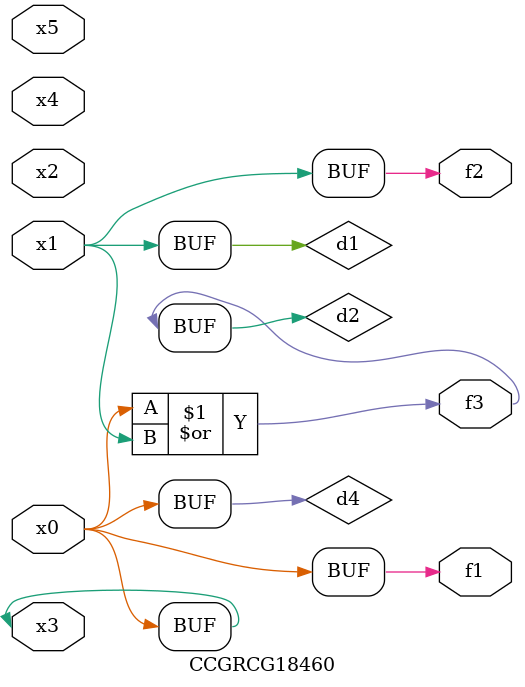
<source format=v>
module CCGRCG18460(
	input x0, x1, x2, x3, x4, x5,
	output f1, f2, f3
);

	wire d1, d2, d3, d4;

	and (d1, x1);
	or (d2, x0, x1);
	nand (d3, x0, x5);
	buf (d4, x0, x3);
	assign f1 = d4;
	assign f2 = d1;
	assign f3 = d2;
endmodule

</source>
